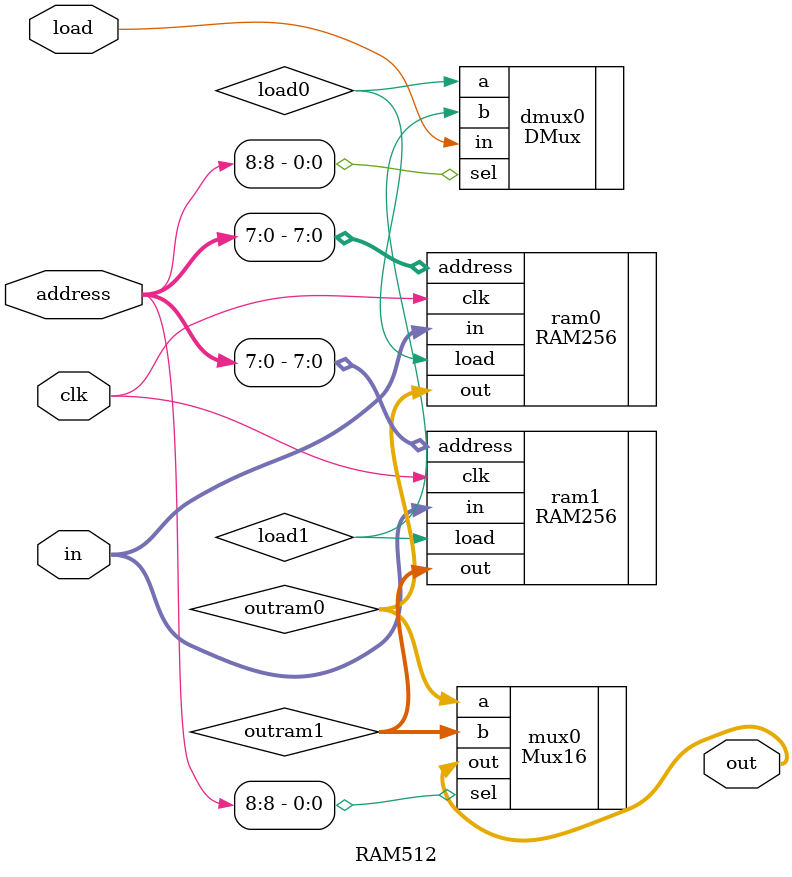
<source format=v>
/**
* RAM512 implements 512 Bytes of RAM addressed from 0 - 511
* out = M[address]
* if (load =i= 1) M[address][t+1] = in[t]
*/

`default_nettype none
module RAM512(
	input clk,
	input [8:0] address,
	input [15:0] in,
	input load,
	output [15:0] out
);
	wire load0;
	wire load1;
	wire [15:0] outram0;
	wire [15:0] outram1;
	DMux dmux0(.in(load), .sel(address[8]), .a(load0), .b(load1));
	RAM256 ram0(.clk(clk), .address(address[7:0]), .in(in), .load(load0), .out(outram0));
	RAM256 ram1(.clk(clk), .address(address[7:0]), .in(in), .load(load1), .out(outram1));
	Mux16 mux0(.a(outram0), .b(outram1), .sel(address[8]), .out(out));

endmodule

</source>
